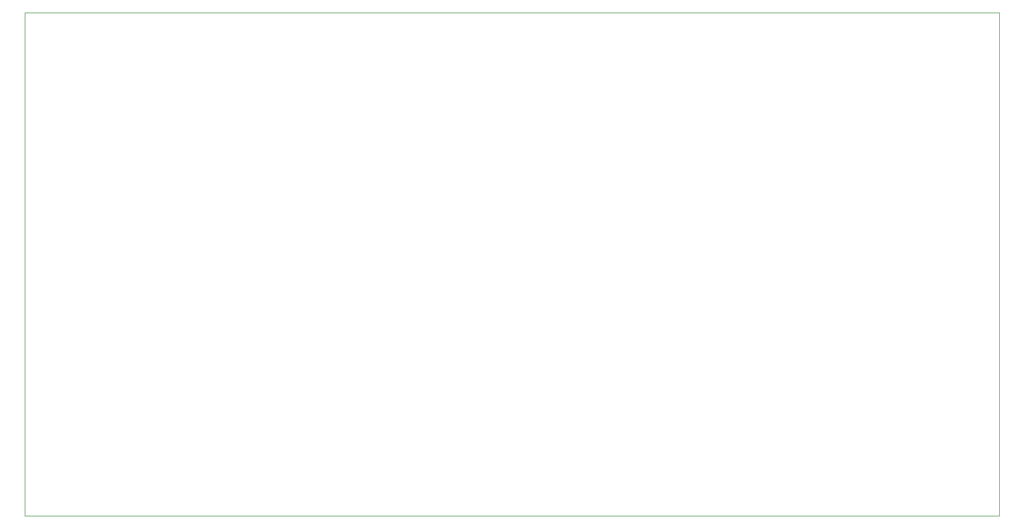
<source format=gbr>
G04 #@! TF.GenerationSoftware,KiCad,Pcbnew,(5.1.5)-3*
G04 #@! TF.CreationDate,2020-11-10T19:03:26-08:00*
G04 #@! TF.ProjectId,quickfeather-expansion-board-duo,71756963-6b66-4656-9174-6865722d6578,rev?*
G04 #@! TF.SameCoordinates,Original*
G04 #@! TF.FileFunction,Profile,NP*
%FSLAX46Y46*%
G04 Gerber Fmt 4.6, Leading zero omitted, Abs format (unit mm)*
G04 Created by KiCad (PCBNEW (5.1.5)-3) date 2020-11-10 19:03:26*
%MOMM*%
%LPD*%
G04 APERTURE LIST*
%ADD10C,0.100000*%
G04 APERTURE END LIST*
D10*
X190500000Y-35560000D02*
X190500000Y-113030000D01*
X40640000Y-35560000D02*
X190500000Y-35560000D01*
X40640000Y-113030000D02*
X40640000Y-35560000D01*
X190500000Y-113030000D02*
X40640000Y-113030000D01*
M02*

</source>
